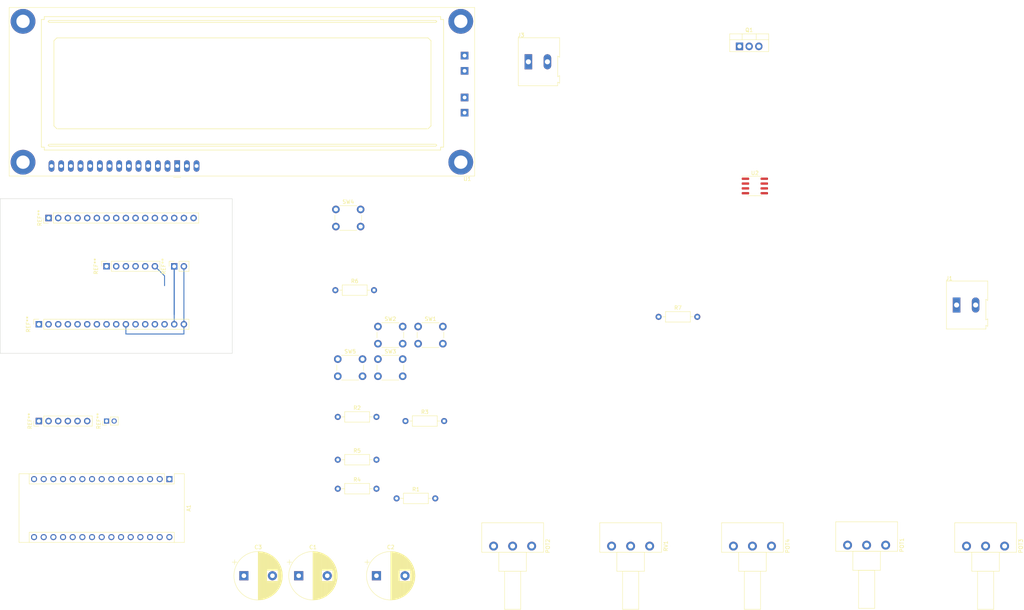
<source format=kicad_pcb>
(kicad_pcb (version 20211014) (generator pcbnew)
  (layers (0 "F.Cu" signal) (31 "B.Cu" signal) (34 "B.Paste" user) (35 "F.Paste" user) (36 "B.SilkS" user "B.Silkscreen") (37 "F.SilkS" user "F.Silkscreen") (38 "B.Mask" user) (39 "F.Mask" user) (44 "Edge.Cuts" user))
  (net 0 "")
  (net 4 "GND")
  (net 5 "Net-(A1-Pad5)")
  (net 6 "Net-(A1-Pad6)")
  (net 7 "Net-(A1-Pad7)")
  (net 8 "Net-(A1-Pad8)")
  (net 9 "Net-(A1-Pad9)")
  (net 10 "Net-(A1-Pad10)")
  (net 11 "Net-(A1-Pad11)")
  (net 13 "Net-(A1-Pad13)")
  (net 15 "Net-(A1-Pad15)")
  (net 16 "Net-(A1-Pad16)")
  (net 19 "Net-(A1-Pad19)")
  (net 20 "Net-(A1-Pad20)")
  (net 21 "Net-(A1-Pad21)")
  (net 22 "Net-(A1-Pad22)")
  (net 23 "Net-(A1-Pad23)")
  (net 30 "Net-(J1-Pad1)")
  (net 31 "Net-(J1-Pad2)")
  (net 32 "Net-(J3-Pad1)")
  (net 33 "+5V")
  (net 34 "Net-(R2-Pad2)")
  (net 35 "Net-(R3-Pad2)")
  (net 36 "Net-(R4-Pad2)")
  (net 37 "Net-(R5-Pad2)")
  (net 38 "Net-(RV1-Pad2)")
  (footprint "Connector_PinSocket_2.54mm:PinSocket_1x16_P2.54mm_Vertical" (layer "F.Cu") (at 25.4 93.955 90)
    (fp_text reference "REF**" (at 0 -2.77 90) (layer "F.SilkS"))
    (fp_text value "PinSocket_1x16_P2.54mm_Vertical")
    (pad "1" thru_hole rect (at 0 0 90) (size 1.7 1.7) (drill 1) (layers *.Cu *.Mask))
    (pad "2" thru_hole oval (at 0 2.54 90) (size 1.7 1.7) (drill 1) (layers *.Cu *.Mask))
    (pad "3" thru_hole oval (at 0 5.08 90) (size 1.7 1.7) (drill 1) (layers *.Cu *.Mask))
    (pad "4" thru_hole oval (at 0 7.62 90) (size 1.7 1.7) (drill 1) (layers *.Cu *.Mask))
    (pad "5" thru_hole oval (at 0 10.16 90) (size 1.7 1.7) (drill 1) (layers *.Cu *.Mask))
    (pad "6" thru_hole oval (at 0 12.7 90) (size 1.7 1.7) (drill 1) (layers *.Cu *.Mask))
    (pad "7" thru_hole oval (at 0 15.24 90) (size 1.7 1.7) (drill 1) (layers *.Cu *.Mask))
    (pad "8" thru_hole oval (at 0 17.78 90) (size 1.7 1.7) (drill 1) (layers *.Cu *.Mask))
    (pad "9" thru_hole oval (at 0 20.32 90) (size 1.7 1.7) (drill 1) (layers *.Cu *.Mask))
    (pad "10" thru_hole oval (at 0 22.86 90) (size 1.7 1.7) (drill 1) (layers *.Cu *.Mask))
    (pad "11" thru_hole oval (at 0 25.4 90) (size 1.7 1.7) (drill 1) (layers *.Cu *.Mask))
    (pad "12" thru_hole oval (at 0 27.94 90) (size 1.7 1.7) (drill 1) (layers *.Cu *.Mask))
    (pad "13" thru_hole oval (at 0 30.48 90) (size 1.7 1.7) (drill 1) (layers *.Cu *.Mask))
    (pad "14" thru_hole oval (at 0 33.02 90) (size 1.7 1.7) (drill 1) (layers *.Cu *.Mask))
    (pad "15" thru_hole oval (at 0 35.56 90) (size 1.7 1.7) (drill 1) (layers *.Cu *.Mask))
    (pad "16" thru_hole oval (at 0 38.1 90) (size 1.7 1.7) (drill 1) (layers *.Cu *.Mask))
  )
  (footprint "Potentiometer_THT:Potentiometer_Piher_T-16H_Single_Horizontal" (layer "F.Cu") (at 269.11 152.23 -90)
    (fp_text reference "POT3" (at 0 -14.25 90) (layer "F.SilkS"))
    (fp_text value "5k")
    (pad "1" thru_hole circle (at 0 0 270) (size 2.34 2.34) (drill 1.3) (layers *.Cu *.Mask) (net 4 "GND"))
    (pad "2" thru_hole circle (at 0 -5 270) (size 2.34 2.34) (drill 1.3) (layers *.Cu *.Mask) (net 22 "Net-(A1-Pad22)"))
    (pad "3" thru_hole circle (at 0 -10 270) (size 2.34 2.34) (drill 1.3) (layers *.Cu *.Mask) (net 33 "+5V"))
  )
  (footprint "Button_Switch_THT:SW_PUSH_6mm" (layer "F.Cu") (at 103.93 103.11)
    (fp_text reference "SW5" (at 3.25 -2) (layer "F.SilkS"))
    (fp_text value "SW_Push")
    (pad "1" thru_hole circle (at 0 0 90) (size 2 2) (drill 1.1) (layers *.Cu *.Mask) (net 37 "Net-(R5-Pad2)"))
    (pad "1" thru_hole circle (at 6.5 0 90) (size 2 2) (drill 1.1) (layers *.Cu *.Mask) (net 37 "Net-(R5-Pad2)"))
    (pad "2" thru_hole circle (at 6.5 4.5 90) (size 2 2) (drill 1.1) (layers *.Cu *.Mask) (net 4 "GND"))
    (pad "2" thru_hole circle (at 0 4.5 90) (size 2 2) (drill 1.1) (layers *.Cu *.Mask) (net 4 "GND"))
  )
  (footprint "Button_Switch_THT:SW_PUSH_6mm" (layer "F.Cu") (at 125.03 94.56)
    (fp_text reference "SW1" (at 3.25 -2) (layer "F.SilkS"))
    (fp_text value "SW_Push")
    (pad "1" thru_hole circle (at 0 0 90) (size 2 2) (drill 1.1) (layers *.Cu *.Mask) (net 19 "Net-(A1-Pad19)"))
    (pad "1" thru_hole circle (at 6.5 0 90) (size 2 2) (drill 1.1) (layers *.Cu *.Mask) (net 19 "Net-(A1-Pad19)"))
    (pad "2" thru_hole circle (at 0 4.5 90) (size 2 2) (drill 1.1) (layers *.Cu *.Mask) (net 4 "GND"))
    (pad "2" thru_hole circle (at 6.5 4.5 90) (size 2 2) (drill 1.1) (layers *.Cu *.Mask) (net 4 "GND"))
  )
  (footprint "Package_SO:SOIC-8_3.9x4.9mm_P1.27mm" (layer "F.Cu") (at 213.5 57.63)
    (fp_text reference "U2" (at 0 -3.4) (layer "F.SilkS"))
    (fp_text value "MAX31855KASA")
    (pad "1" smd roundrect (at -2.475 -1.905) (size 1.95 0.6) (layers "F.Cu" "F.Paste" "F.Mask") (net 4 "GND"))
    (pad "2" smd roundrect (at -2.475 -0.635) (size 1.95 0.6) (layers "F.Cu" "F.Paste" "F.Mask") (net 30 "Net-(J1-Pad1)"))
    (pad "3" smd roundrect (at -2.475 0.635) (size 1.95 0.6) (layers "F.Cu" "F.Paste" "F.Mask") (net 31 "Net-(J1-Pad2)"))
    (pad "4" smd roundrect (at -2.475 1.905) (size 1.95 0.6) (layers "F.Cu" "F.Paste" "F.Mask") (net 33 "+5V"))
    (pad "5" smd roundrect (at 2.475 1.905) (size 1.95 0.6) (layers "F.Cu" "F.Paste" "F.Mask") (net 16 "Net-(A1-Pad16)"))
    (pad "6" smd roundrect (at 2.475 0.635) (size 1.95 0.6) (layers "F.Cu" "F.Paste" "F.Mask") (net 13 "Net-(A1-Pad13)"))
    (pad "7" smd roundrect (at 2.475 -0.635) (size 1.95 0.6) (layers "F.Cu" "F.Paste" "F.Mask") (net 15 "Net-(A1-Pad15)"))
    (pad "8" smd roundrect (at 2.475 -1.905) (size 1.95 0.6) (layers "F.Cu" "F.Paste" "F.Mask"))
  )
  (footprint "Resistor_THT:R_Axial_DIN0207_L6.3mm_D2.5mm_P10.16mm_Horizontal" (layer "F.Cu") (at 103.93 129.54)
    (fp_text reference "R5" (at 5.08 -2.37) (layer "F.SilkS"))
    (fp_text value "1k")
    (pad "1" thru_hole circle (at 0 0) (size 1.6 1.6) (drill 0.8) (layers *.Cu *.Mask) (net 36 "Net-(R4-Pad2)"))
    (pad "2" thru_hole oval (at 10.16 0) (size 1.6 1.6) (drill 0.8) (layers *.Cu *.Mask) (net 37 "Net-(R5-Pad2)"))
  )
  (footprint "Resistor_THT:R_Axial_DIN0207_L6.3mm_D2.5mm_P10.16mm_Horizontal" (layer "F.Cu") (at 188.21 92)
    (fp_text reference "R7" (at 5.08 -2.37) (layer "F.SilkS"))
    (fp_text value "10k")
    (pad "1" thru_hole circle (at 0 0) (size 1.6 1.6) (drill 0.8) (layers *.Cu *.Mask) (net 32 "Net-(J3-Pad1)"))
    (pad "2" thru_hole oval (at 10.16 0) (size 1.6 1.6) (drill 0.8) (layers *.Cu *.Mask) (net 11 "Net-(A1-Pad11)"))
  )
  (footprint "Button_Switch_THT:SW_PUSH_6mm" (layer "F.Cu") (at 114.48 94.56)
    (fp_text reference "SW2" (at 3.25 -2) (layer "F.SilkS"))
    (fp_text value "SW_Push")
    (pad "1" thru_hole circle (at 6.5 0 90) (size 2 2) (drill 1.1) (layers *.Cu *.Mask) (net 34 "Net-(R2-Pad2)"))
    (pad "1" thru_hole circle (at 0 0 90) (size 2 2) (drill 1.1) (layers *.Cu *.Mask) (net 34 "Net-(R2-Pad2)"))
    (pad "2" thru_hole circle (at 6.5 4.5 90) (size 2 2) (drill 1.1) (layers *.Cu *.Mask) (net 4 "GND"))
    (pad "2" thru_hole circle (at 0 4.5 90) (size 2 2) (drill 1.1) (layers *.Cu *.Mask) (net 4 "GND"))
  )
  (footprint "Module:Arduino_Nano" (layer "F.Cu") (at 59.69 134.63 -90)
    (fp_text reference "A1" (at 7.62 -5.08 90) (layer "F.SilkS"))
    (fp_text value "Arduino_Nano_v3.x")
    (pad "1" thru_hole rect (at 0 0 270) (size 1.6 1.6) (drill 1) (layers *.Cu *.Mask))
    (pad "2" thru_hole oval (at 0 2.54 270) (size 1.6 1.6) (drill 1) (layers *.Cu *.Mask))
    (pad "3" thru_hole oval (at 0 5.08 270) (size 1.6 1.6) (drill 1) (layers *.Cu *.Mask))
    (pad "4" thru_hole oval (at 0 7.62 270) (size 1.6 1.6) (drill 1) (layers *.Cu *.Mask) (net 4 "GND"))
    (pad "5" thru_hole oval (at 0 10.16 270) (size 1.6 1.6) (drill 1) (layers *.Cu *.Mask) (net 5 "Net-(A1-Pad5)"))
    (pad "6" thru_hole oval (at 0 12.7 270) (size 1.6 1.6) (drill 1) (layers *.Cu *.Mask) (net 6 "Net-(A1-Pad6)"))
    (pad "7" thru_hole oval (at 0 15.24 270) (size 1.6 1.6) (drill 1) (layers *.Cu *.Mask) (net 7 "Net-(A1-Pad7)"))
    (pad "8" thru_hole oval (at 0 17.78 270) (size 1.6 1.6) (drill 1) (layers *.Cu *.Mask) (net 8 "Net-(A1-Pad8)"))
    (pad "9" thru_hole oval (at 0 20.32 270) (size 1.6 1.6) (drill 1) (layers *.Cu *.Mask) (net 9 "Net-(A1-Pad9)"))
    (pad "10" thru_hole oval (at 0 22.86 270) (size 1.6 1.6) (drill 1) (layers *.Cu *.Mask) (net 10 "Net-(A1-Pad10)"))
    (pad "11" thru_hole oval (at 0 25.4 270) (size 1.6 1.6) (drill 1) (layers *.Cu *.Mask) (net 11 "Net-(A1-Pad11)"))
    (pad "12" thru_hole oval (at 0 27.94 270) (size 1.6 1.6) (drill 1) (layers *.Cu *.Mask))
    (pad "13" thru_hole oval (at 0 30.48 270) (size 1.6 1.6) (drill 1) (layers *.Cu *.Mask) (net 13 "Net-(A1-Pad13)"))
    (pad "14" thru_hole oval (at 0 33.02 270) (size 1.6 1.6) (drill 1) (layers *.Cu *.Mask))
    (pad "15" thru_hole oval (at 0 35.56 270) (size 1.6 1.6) (drill 1) (layers *.Cu *.Mask) (net 15 "Net-(A1-Pad15)"))
    (pad "16" thru_hole oval (at 15.24 35.56 270) (size 1.6 1.6) (drill 1) (layers *.Cu *.Mask) (net 16 "Net-(A1-Pad16)"))
    (pad "17" thru_hole oval (at 15.24 33.02 270) (size 1.6 1.6) (drill 1) (layers *.Cu *.Mask))
    (pad "18" thru_hole oval (at 15.24 30.48 270) (size 1.6 1.6) (drill 1) (layers *.Cu *.Mask))
    (pad "19" thru_hole oval (at 15.24 27.94 270) (size 1.6 1.6) (drill 1) (layers *.Cu *.Mask) (net 19 "Net-(A1-Pad19)"))
    (pad "20" thru_hole oval (at 15.24 25.4 270) (size 1.6 1.6) (drill 1) (layers *.Cu *.Mask) (net 20 "Net-(A1-Pad20)"))
    (pad "21" thru_hole oval (at 15.24 22.86 270) (size 1.6 1.6) (drill 1) (layers *.Cu *.Mask) (net 21 "Net-(A1-Pad21)"))
    (pad "22" thru_hole oval (at 15.24 20.32 270) (size 1.6 1.6) (drill 1) (layers *.Cu *.Mask) (net 22 "Net-(A1-Pad22)"))
    (pad "23" thru_hole oval (at 15.24 17.78 270) (size 1.6 1.6) (drill 1) (layers *.Cu *.Mask) (net 23 "Net-(A1-Pad23)"))
    (pad "24" thru_hole oval (at 15.24 15.24 270) (size 1.6 1.6) (drill 1) (layers *.Cu *.Mask))
    (pad "25" thru_hole oval (at 15.24 12.7 270) (size 1.6 1.6) (drill 1) (layers *.Cu *.Mask))
    (pad "26" thru_hole oval (at 15.24 10.16 270) (size 1.6 1.6) (drill 1) (layers *.Cu *.Mask))
    (pad "27" thru_hole oval (at 15.24 7.62 270) (size 1.6 1.6) (drill 1) (layers *.Cu *.Mask))
    (pad "28" thru_hole oval (at 15.24 5.08 270) (size 1.6 1.6) (drill 1) (layers *.Cu *.Mask))
    (pad "29" thru_hole oval (at 15.24 2.54 270) (size 1.6 1.6) (drill 1) (layers *.Cu *.Mask) (net 4 "GND"))
    (pad "30" thru_hole oval (at 15.24 0 270) (size 1.6 1.6) (drill 1) (layers *.Cu *.Mask))
  )
  (footprint "Connector_PinHeader_2.54mm:PinHeader_1x06_P2.54mm_Vertical" (layer "F.Cu") (at 25.4 119.38 90)
    (fp_text reference "REF**" (at 0 -2.33 90) (layer "F.SilkS"))
    (fp_text value "PinHeader_1x06_P2.54mm_Vertical")
    (pad "1" thru_hole rect (at 0 0 90) (size 1.7 1.7) (drill 1) (layers *.Cu *.Mask))
    (pad "2" thru_hole oval (at 0 2.54 90) (size 1.7 1.7) (drill 1) (layers *.Cu *.Mask))
    (pad "3" thru_hole oval (at 0 5.08 90) (size 1.7 1.7) (drill 1) (layers *.Cu *.Mask))
    (pad "4" thru_hole oval (at 0 7.62 90) (size 1.7 1.7) (drill 1) (layers *.Cu *.Mask))
    (pad "5" thru_hole oval (at 0 10.16 90) (size 1.7 1.7) (drill 1) (layers *.Cu *.Mask))
    (pad "6" thru_hole oval (at 0 12.7 90) (size 1.7 1.7) (drill 1) (layers *.Cu *.Mask))
  )
  (footprint "Connector_PinSocket_2.54mm:PinSocket_1x06_P2.54mm_Vertical" (layer "F.Cu") (at 43.18 78.715 90)
    (fp_text reference "REF**" (at 0 -2.77 90) (layer "F.SilkS"))
    (fp_text value "PinSocket_1x06_P2.54mm_Vertical")
    (pad "1" thru_hole rect (at 0 0 90) (size 1.7 1.7) (drill 1) (layers *.Cu *.Mask))
    (pad "2" thru_hole oval (at 0 2.54 90) (size 1.7 1.7) (drill 1) (layers *.Cu *.Mask))
    (pad "3" thru_hole oval (at 0 5.08 90) (size 1.7 1.7) (drill 1) (layers *.Cu *.Mask))
    (pad "4" thru_hole oval (at 0 7.62 90) (size 1.7 1.7) (drill 1) (layers *.Cu *.Mask))
    (pad "5" thru_hole oval (at 0 10.16 90) (size 1.7 1.7) (drill 1) (layers *.Cu *.Mask))
    (pad "6" thru_hole oval (at 0 12.7 90) (size 1.7 1.7) (drill 1) (layers *.Cu *.Mask))
  )
  (footprint "Capacitor_THT:CP_Radial_D12.5mm_P7.50mm" (layer "F.Cu") (at 93.663959 160.02)
    (fp_text reference "C1" (at 3.75 -7.5) (layer "F.SilkS"))
    (fp_text value "10nf")
    (pad "1" thru_hole rect (at 0 0) (size 2.4 2.4) (drill 1.2) (layers *.Cu *.Mask) (net 33 "+5V"))
    (pad "2" thru_hole circle (at 7.5 0) (size 2.4 2.4) (drill 1.2) (layers *.Cu *.Mask) (net 4 "GND"))
  )
  (footprint "TerminalBlock:TerminalBlock_Altech_AK300-2_P5.00mm" (layer "F.Cu") (at 266.49 88.9)
    (fp_text reference "J1" (at -1.92 -6.99) (layer "F.SilkS"))
    (fp_text value "Screw_Terminal_01x02")
    (pad "1" thru_hole rect (at 0 0) (size 1.98 3.96) (drill 1.32) (layers *.Cu *.Mask) (net 30 "Net-(J1-Pad1)"))
    (pad "2" thru_hole oval (at 5 0) (size 1.98 3.96) (drill 1.32) (layers *.Cu *.Mask) (net 31 "Net-(J1-Pad2)"))
  )
  (footprint "Package_TO_SOT_THT:TO-220-3_Vertical" (layer "F.Cu") (at 209.46 20.945)
    (fp_text reference "Q1" (at 2.54 -4.27) (layer "F.SilkS"))
    (fp_text value "FQP27P06")
    (pad "1" thru_hole rect (at 0 0) (size 1.905 2) (drill 1.1) (layers *.Cu *.Mask) (net 11 "Net-(A1-Pad11)"))
    (pad "2" thru_hole oval (at 2.54 0) (size 1.905 2) (drill 1.1) (layers *.Cu *.Mask) (net 33 "+5V"))
    (pad "3" thru_hole oval (at 5.08 0) (size 1.905 2) (drill 1.1) (layers *.Cu *.Mask) (net 32 "Net-(J3-Pad1)"))
  )
  (footprint "Resistor_THT:R_Axial_DIN0207_L6.3mm_D2.5mm_P10.16mm_Horizontal" (layer "F.Cu") (at 103.93 118.29)
    (fp_text reference "R2" (at 5.08 -2.37) (layer "F.SilkS"))
    (fp_text value "1k")
    (pad "1" thru_hole circle (at 0 0) (size 1.6 1.6) (drill 0.8) (layers *.Cu *.Mask) (net 19 "Net-(A1-Pad19)"))
    (pad "2" thru_hole oval (at 10.16 0) (size 1.6 1.6) (drill 0.8) (layers *.Cu *.Mask) (net 34 "Net-(R2-Pad2)"))
  )
  (footprint "Connector_PinHeader_2.00mm:PinHeader_1x02_P2.00mm_Vertical" (layer "F.Cu") (at 43.18 119.38 90)
    (fp_text reference "REF**" (at 0 -2.06 90) (layer "F.SilkS"))
    (fp_text value "PinHeader_1x02_P2.00mm_Vertical")
    (pad "1" thru_hole rect (at 0 0 90) (size 1.35 1.35) (drill 0.8) (layers *.Cu *.Mask))
    (pad "2" thru_hole oval (at 0 2 90) (size 1.35 1.35) (drill 0.8) (layers *.Cu *.Mask))
  )
  (footprint "Capacitor_THT:CP_Radial_D12.5mm_P7.50mm" (layer "F.Cu") (at 79.263959 160.02)
    (fp_text reference "C3" (at 3.75 -7.5) (layer "F.SilkS"))
    (fp_text value "10nf")
    (pad "1" thru_hole rect (at 0 0) (size 2.4 2.4) (drill 1.2) (layers *.Cu *.Mask) (net 33 "+5V"))
    (pad "2" thru_hole circle (at 7.5 0) (size 2.4 2.4) (drill 1.2) (layers *.Cu *.Mask) (net 4 "GND"))
  )
  (footprint "Button_Switch_THT:SW_PUSH_6mm" (layer "F.Cu") (at 114.48 103.11)
    (fp_text reference "SW3" (at 3.25 -2) (layer "F.SilkS"))
    (fp_text value "SW_Push")
    (pad "1" thru_hole circle (at 6.5 0 90) (size 2 2) (drill 1.1) (layers *.Cu *.Mask) (net 35 "Net-(R3-Pad2)"))
    (pad "1" thru_hole circle (at 0 0 90) (size 2 2) (drill 1.1) (layers *.Cu *.Mask) (net 35 "Net-(R3-Pad2)"))
    (pad "2" thru_hole circle (at 6.5 4.5 90) (size 2 2) (drill 1.1) (layers *.Cu *.Mask) (net 4 "GND"))
    (pad "2" thru_hole circle (at 0 4.5 90) (size 2 2) (drill 1.1) (layers *.Cu *.Mask) (net 4 "GND"))
  )
  (footprint "Potentiometer_THT:Potentiometer_Piher_T-16H_Single_Horizontal" (layer "F.Cu") (at 207.86 152.23 -90)
    (fp_text reference "POT4" (at 0 -14.25 90) (layer "F.SilkS"))
    (fp_text value "5k")
    (pad "1" thru_hole circle (at 0 0 270) (size 2.34 2.34) (drill 1.3) (layers *.Cu *.Mask) (net 4 "GND"))
    (pad "2" thru_hole circle (at 0 -5 270) (size 2.34 2.34) (drill 1.3) (layers *.Cu *.Mask) (net 23 "Net-(A1-Pad23)"))
    (pad "3" thru_hole circle (at 0 -10 270) (size 2.34 2.34) (drill 1.3) (layers *.Cu *.Mask) (net 33 "+5V"))
  )
  (footprint "TerminalBlock:TerminalBlock_Altech_AK300-2_P5.00mm" (layer "F.Cu") (at 154 25)
    (fp_text reference "J3" (at -1.92 -6.99) (layer "F.SilkS"))
    (fp_text value "Screw_Terminal_01x02")
    (pad "1" thru_hole rect (at 0 0) (size 1.98 3.96) (drill 1.32) (layers *.Cu *.Mask) (net 32 "Net-(J3-Pad1)"))
    (pad "2" thru_hole oval (at 5 0) (size 1.98 3.96) (drill 1.32) (layers *.Cu *.Mask) (net 4 "GND"))
  )
  (footprint "Connector_PinSocket_2.54mm:PinSocket_1x02_P2.54mm_Vertical" (layer "F.Cu") (at 60.96 78.74 90)
    (fp_text reference "REF**" (at 0 -2.77 90) (layer "F.SilkS"))
    (fp_text value "PinSocket_1x02_P2.54mm_Vertical")
    (pad "1" thru_hole rect (at 0 0 90) (size 1.7 1.7) (drill 1) (layers *.Cu *.Mask))
    (pad "2" thru_hole oval (at 0 2.54 90) (size 1.7 1.7) (drill 1) (layers *.Cu *.Mask))
  )
  (footprint "Resistor_THT:R_Axial_DIN0207_L6.3mm_D2.5mm_P10.16mm_Horizontal" (layer "F.Cu") (at 103.93 137.16)
    (fp_text reference "R4" (at 5.08 -2.37) (layer "F.SilkS"))
    (fp_text value "1k")
    (pad "1" thru_hole circle (at 0 0) (size 1.6 1.6) (drill 0.8) (layers *.Cu *.Mask) (net 35 "Net-(R3-Pad2)"))
    (pad "2" thru_hole oval (at 10.16 0) (size 1.6 1.6) (drill 0.8) (layers *.Cu *.Mask) (net 36 "Net-(R4-Pad2)"))
  )
  (footprint "Resistor_THT:R_Axial_DIN0207_L6.3mm_D2.5mm_P10.16mm_Horizontal" (layer "F.Cu") (at 103.29 85)
    (fp_text reference "R6" (at 5.08 -2.37) (layer "F.SilkS"))
    (fp_text value "1k")
    (pad "1" thru_hole circle (at 0 0) (size 1.6 1.6) (drill 0.8) (layers *.Cu *.Mask) (net 37 "Net-(R5-Pad2)"))
    (pad "2" thru_hole oval (at 10.16 0) (size 1.6 1.6) (drill 0.8) (layers *.Cu *.Mask) (net 4 "GND"))
  )
  (footprint "Capacitor_THT:CP_Radial_D12.5mm_P7.50mm" (layer "F.Cu") (at 114.09 160.02)
    (fp_text reference "C2" (at 3.75 -7.5) (layer "F.SilkS"))
    (fp_text value "10nf")
    (pad "1" thru_hole rect (at 0 0) (size 2.4 2.4) (drill 1.2) (layers *.Cu *.Mask) (net 33 "+5V"))
    (pad "2" thru_hole circle (at 7.5 0) (size 2.4 2.4) (drill 1.2) (layers *.Cu *.Mask) (net 4 "GND"))
  )
  (footprint "Button_Switch_THT:SW_PUSH_6mm" (layer "F.Cu") (at 103.43 63.79)
    (fp_text reference "SW4" (at 3.25 -2) (layer "F.SilkS"))
    (fp_text value "SW_Push")
    (pad "1" thru_hole circle (at 6.5 0 90) (size 2 2) (drill 1.1) (layers *.Cu *.Mask) (net 36 "Net-(R4-Pad2)"))
    (pad "1" thru_hole circle (at 0 0 90) (size 2 2) (drill 1.1) (layers *.Cu *.Mask) (net 36 "Net-(R4-Pad2)"))
    (pad "2" thru_hole circle (at 6.5 4.5 90) (size 2 2) (drill 1.1) (layers *.Cu *.Mask) (net 4 "GND"))
    (pad "2" thru_hole circle (at 0 4.5 90) (size 2 2) (drill 1.1) (layers *.Cu *.Mask) (net 4 "GND"))
  )
  (footprint "Potentiometer_THT:Potentiometer_Piher_T-16H_Single_Horizontal" (layer "F.Cu") (at 175.86 152.23 -90)
    (fp_text reference "RV1" (at 0 -14.25 90) (layer "F.SilkS"))
    (fp_text value "5k")
    (pad "1" thru_hole circle (at 0 0 270) (size 2.34 2.34) (drill 1.3) (layers *.Cu *.Mask) (net 4 "GND"))
    (pad "2" thru_hole circle (at 0 -5 270) (size 2.34 2.34) (drill 1.3) (layers *.Cu *.Mask) (net 38 "Net-(RV1-Pad2)"))
    (pad "3" thru_hole circle (at 0 -10 270) (size 2.34 2.34) (drill 1.3) (layers *.Cu *.Mask) (net 33 "+5V"))
  )
  (footprint "Resistor_THT:R_Axial_DIN0207_L6.3mm_D2.5mm_P10.16mm_Horizontal" (layer "F.Cu") (at 121.71 119.38)
    (fp_text reference "R3" (at 5.08 -2.37) (layer "F.SilkS"))
    (fp_text value "1k")
    (pad "1" thru_hole circle (at 0 0) (size 1.6 1.6) (drill 0.8) (layers *.Cu *.Mask) (net 34 "Net-(R2-Pad2)"))
    (pad "2" thru_hole oval (at 10.16 0) (size 1.6 1.6) (drill 0.8) (layers *.Cu *.Mask) (net 35 "Net-(R3-Pad2)"))
  )
  (footprint "Display:LCD-016N002L" (layer "F.Cu") (at 61.74 52.3775 180)
    (fp_text reference "U1" (at -76.21 -3.41) (layer "F.SilkS"))
    (fp_text value "LCD-20x4 1602A")
    (pad "" thru_hole circle (at -74.5 38) (size 6.5 6.5) (drill 3.5) (layers *.Cu *.Mask))
    (pad "" thru_hole circle (at -74.5 1) (size 6.5 6.5) (drill 3.5) (layers *.Cu *.Mask))
    (pad "" thru_hole circle (at 40.5 1) (size 6.5 6.5) (drill 3.5) (layers *.Cu *.Mask))
    (pad "" thru_hole circle (at 40.5 38) (size 6.5 6.5) (drill 3.5) (layers *.Cu *.Mask))
    (pad "1" thru_hole rect (at 0 0) (size 1.5 3) (drill 1) (layers *.Cu *.Mask) (net 4 "GND"))
    (pad "2" thru_hole oval (at 2.54 0) (size 1.5 3) (drill 1) (layers *.Cu *.Mask) (net 33 "+5V"))
    (pad "3" thru_hole oval (at 5.08 0) (size 1.5 3) (drill 1) (layers *.Cu *.Mask) (net 33 "+5V"))
    (pad "4" thru_hole oval (at 7.62 0) (size 1.5 3) (drill 1) (layers *.Cu *.Mask) (net 6 "Net-(A1-Pad6)"))
    (pad "5" thru_hole oval (at 10.16 0) (size 1.5 3) (drill 1) (layers *.Cu *.Mask) (net 4 "GND"))
    (pad "6" thru_hole oval (at 12.7 0) (size 1.5 3) (drill 1) (layers *.Cu *.Mask) (net 5 "Net-(A1-Pad5)"))
    (pad "7" thru_hole oval (at 15.24 0) (size 1.5 3) (drill 1) (layers *.Cu *.Mask))
    (pad "8" thru_hole oval (at 17.78 0) (size 1.5 3) (drill 1) (layers *.Cu *.Mask))
    (pad "9" thru_hole oval (at 20.32 0) (size 1.5 3) (drill 1) (layers *.Cu *.Mask))
    (pad "10" thru_hole oval (at 22.86 0) (size 1.5 3) (drill 1) (layers *.Cu *.Mask))
    (pad "11" thru_hole oval (at 25.4 0) (size 1.5 3) (drill 1) (layers *.Cu *.Mask) (net 7 "Net-(A1-Pad7)"))
    (pad "12" thru_hole oval (at 27.94 0) (size 1.5 3) (drill 1) (layers *.Cu *.Mask) (net 8 "Net-(A1-Pad8)"))
    (pad "13" thru_hole oval (at 30.48 0) (size 1.5 3) (drill 1) (layers *.Cu *.Mask) (net 9 "Net-(A1-Pad9)"))
    (pad "14" thru_hole oval (at 33.02 0) (size 1.5 3) (drill 1) (layers *.Cu *.Mask) (net 10 "Net-(A1-Pad10)"))
    (pad "15" thru_hole oval (at -2.54 0) (size 1.5 3) (drill 1) (layers *.Cu *.Mask) (net 38 "Net-(RV1-Pad2)"))
    (pad "16" thru_hole oval (at -5.08 0) (size 1.5 3) (drill 1) (layers *.Cu *.Mask) (net 4 "GND"))
    (pad "A1" thru_hole rect (at -75.5 14) (size 2 2) (drill 1) (layers *.Cu *.Mask))
    (pad "A2" thru_hole rect (at -75.5 25) (size 2 2) (drill 1) (layers *.Cu *.Mask))
    (pad "K1" thru_hole rect (at -75.5 18) (size 2 2) (drill 1) (layers *.Cu *.Mask))
    (pad "K2" thru_hole rect (at -75.5 29) (size 2 2) (drill 1) (layers *.Cu *.Mask))
  )
  (footprint "Potentiometer_THT:Potentiometer_Piher_T-16H_Single_Horizontal" (layer "F.Cu") (at 237.86 151.98 -90)
    (fp_text reference "POT1" (at 0 -14.25 90) (layer "F.SilkS"))
    (fp_text value "5k")
    (pad "1" thru_hole circle (at 0 0 270) (size 2.34 2.34) (drill 1.3) (layers *.Cu *.Mask) (net 4 "GND"))
    (pad "2" thru_hole circle (at 0 -5 270) (size 2.34 2.34) (drill 1.3) (layers *.Cu *.Mask) (net 20 "Net-(A1-Pad20)"))
    (pad "3" thru_hole circle (at 0 -10 270) (size 2.34 2.34) (drill 1.3) (layers *.Cu *.Mask) (net 33 "+5V"))
  )
  (footprint "Resistor_THT:R_Axial_DIN0207_L6.3mm_D2.5mm_P10.16mm_Horizontal" (layer "F.Cu") (at 119.38 139.7)
    (fp_text reference "R1" (at 5.08 -2.37) (layer "F.SilkS"))
    (fp_text value "1k")
    (pad "1" thru_hole circle (at 0 0) (size 1.6 1.6) (drill 0.8) (layers *.Cu *.Mask) (net 33 "+5V"))
    (pad "2" thru_hole oval (at 10.16 0) (size 1.6 1.6) (drill 0.8) (layers *.Cu *.Mask) (net 19 "Net-(A1-Pad19)"))
  )
  (footprint "Connector_PinHeader_2.54mm:PinHeader_1x16_P2.54mm_Vertical" (layer "F.Cu") (at 27.94 66.04 90)
    (fp_text reference "REF**" (at 0 -2.33 90) (layer "F.SilkS"))
    (fp_text value "PinHeader_1x16_P2.54mm_Vertical")
    (pad "1" thru_hole rect (at 0 0 90) (size 1.7 1.7) (drill 1) (layers *.Cu *.Mask))
    (pad "2" thru_hole oval (at 0 2.54 90) (size 1.7 1.7) (drill 1) (layers *.Cu *.Mask))
    (pad "3" thru_hole oval (at 0 5.08 90) (size 1.7 1.7) (drill 1) (layers *.Cu *.Mask))
    (pad "4" thru_hole oval (at 0 7.62 90) (size 1.7 1.7) (drill 1) (layers *.Cu *.Mask))
    (pad "5" thru_hole oval (at 0 10.16 90) (size 1.7 1.7) (drill 1) (layers *.Cu *.Mask))
    (pad "6" thru_hole oval (at 0 12.7 90) (size 1.7 1.7) (drill 1) (layers *.Cu *.Mask))
    (pad "7" thru_hole oval (at 0 15.24 90) (size 1.7 1.7) (drill 1) (layers *.Cu *.Mask))
    (pad "8" thru_hole oval (at 0 17.78 90) (size 1.7 1.7) (drill 1) (layers *.Cu *.Mask))
    (pad "9" thru_hole oval (at 0 20.32 90) (size 1.7 1.7) (drill 1) (layers *.Cu *.Mask))
    (pad "10" thru_hole oval (at 0 22.86 90) (size 1.7 1.7) (drill 1) (layers *.Cu *.Mask))
    (pad "11" thru_hole oval (at 0 25.4 90) (size 1.7 1.7) (drill 1) (layers *.Cu *.Mask))
    (pad "12" thru_hole oval (at 0 27.94 90) (size 1.7 1.7) (drill 1) (layers *.Cu *.Mask))
    (pad "13" thru_hole oval (at 0 30.48 90) (size 1.7 1.7) (drill 1) (layers *.Cu *.Mask))
    (pad "14" thru_hole oval (at 0 33.02 90) (size 1.7 1.7) (drill 1) (layers *.Cu *.Mask))
    (pad "15" thru_hole oval (at 0 35.56 90) (size 1.7 1.7) (drill 1) (layers *.Cu *.Mask))
    (pad "16" thru_hole oval (at 0 38.1 90) (size 1.7 1.7) (drill 1) (layers *.Cu *.Mask))
  )
  (footprint "Potentiometer_THT:Potentiometer_Piher_T-16H_Single_Horizontal" (layer "F.Cu") (at 144.86 152.23 -90)
    (fp_text reference "POT2" (at 0 -14.25 90) (layer "F.SilkS"))
    (fp_text value "5k")
    (pad "1" thru_hole circle (at 0 0 270) (size 2.34 2.34) (drill 1.3) (layers *.Cu *.Mask) (net 4 "GND"))
    (pad "2" thru_hole circle (at 0 -5 270) (size 2.34 2.34) (drill 1.3) (layers *.Cu *.Mask) (net 21 "Net-(A1-Pad21)"))
    (pad "3" thru_hole circle (at 0 -10 270) (size 2.34 2.34) (drill 1.3) (layers *.Cu *.Mask) (net 33 "+5V"))
  )
  (gr_rect (start 15.24 60.96) (end 76.2 101.6) (layer "Edge.Cuts") (width 0.1) (fill none))
  (segment (start 60.96 93.955) (end 60.96 78.74) (width 0.25) (layer "B.Cu") (net 0))
  (segment (start 63.5 96.52) (end 63.5 93.955) (width 0.25) (layer "B.Cu") (net 0))
  (segment (start 58.42 81.255) (end 55.88 78.715) (width 0.25) (layer "B.Cu") (net 0))
  (segment (start 48.26 96.52) (end 63.5 96.52) (width 0.25) (layer "B.Cu") (net 0))
  (segment (start 60.96 78.74) (end 60.96 91.415) (width 0.25) (layer "B.Cu") (net 0))
  (segment (start 48.26 93.955) (end 48.26 96.52) (width 0.25) (layer "B.Cu") (net 0))
  (segment (start 63.5 93.955) (end 63.5 78.74) (width 0.25) (layer "B.Cu") (net 0))
  (segment (start 58.42 83.82) (end 58.42 81.255) (width 0.25) (layer "B.Cu") (net 0))
)
</source>
